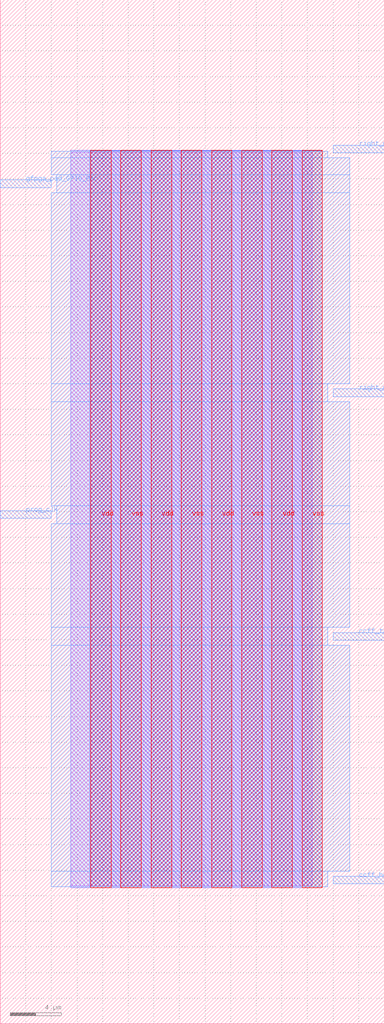
<source format=lef>
VERSION 5.7 ;
  NOWIREEXTENSIONATPIN ON ;
  DIVIDERCHAR "/" ;
  BUSBITCHARS "[]" ;
MACRO grid_io_left
  CLASS BLOCK ;
  FOREIGN grid_io_left ;
  ORIGIN 0.000 0.000 ;
  SIZE 30.000 BY 80.000 ;
  PIN ccff_head
    DIRECTION INPUT ;
    USE SIGNAL ;
    ANTENNAGATEAREA 0.196500 ;
    PORT
      LAYER met3 ;
        RECT 26.000 10.920 30.000 11.520 ;
    END
  END ccff_head
  PIN ccff_tail
    DIRECTION OUTPUT TRISTATE ;
    USE SIGNAL ;
    ANTENNADIFFAREA 0.445500 ;
    PORT
      LAYER met3 ;
        RECT 26.000 29.960 30.000 30.560 ;
    END
  END ccff_tail
  PIN gfpga_pad_GPIO_PAD
    DIRECTION INPUT ;
    USE SIGNAL ;
    ANTENNAGATEAREA 0.196500 ;
    PORT
      LAYER met3 ;
        RECT 0.000 65.320 4.000 65.920 ;
    END
  END gfpga_pad_GPIO_PAD
  PIN prog_clk
    DIRECTION INPUT ;
    USE SIGNAL ;
    ANTENNAGATEAREA 0.159000 ;
    PORT
      LAYER met3 ;
        RECT 0.000 39.480 4.000 40.080 ;
    END
  END prog_clk
  PIN right_width_0_height_0_subtile_0__pin_inpad_0_
    DIRECTION OUTPUT TRISTATE ;
    USE SIGNAL ;
    ANTENNADIFFAREA 0.445500 ;
    PORT
      LAYER met3 ;
        RECT 26.000 49.000 30.000 49.600 ;
    END
  END right_width_0_height_0_subtile_0__pin_inpad_0_
  PIN right_width_0_height_0_subtile_0__pin_outpad_0_
    DIRECTION INPUT ;
    USE SIGNAL ;
    PORT
      LAYER met3 ;
        RECT 26.000 68.040 30.000 68.640 ;
    END
  END right_width_0_height_0_subtile_0__pin_outpad_0_
  PIN vdd
    DIRECTION INOUT ;
    USE POWER ;
    PORT
      LAYER met4 ;
        RECT 7.075 10.640 8.675 68.240 ;
    END
    PORT
      LAYER met4 ;
        RECT 11.790 10.640 13.390 68.240 ;
    END
    PORT
      LAYER met4 ;
        RECT 16.505 10.640 18.105 68.240 ;
    END
    PORT
      LAYER met4 ;
        RECT 21.220 10.640 22.820 68.240 ;
    END
  END vdd
  PIN vss
    DIRECTION INOUT ;
    USE GROUND ;
    PORT
      LAYER met4 ;
        RECT 9.430 10.640 11.030 68.240 ;
    END
    PORT
      LAYER met4 ;
        RECT 14.145 10.640 15.745 68.240 ;
    END
    PORT
      LAYER met4 ;
        RECT 18.860 10.640 20.460 68.240 ;
    END
    PORT
      LAYER met4 ;
        RECT 23.575 10.640 25.175 68.240 ;
    END
  END vss
  OBS
      LAYER li1 ;
        RECT 5.520 10.795 24.380 68.085 ;
      LAYER met1 ;
        RECT 5.520 10.640 25.175 68.240 ;
      LAYER met2 ;
        RECT 6.990 10.695 25.145 68.185 ;
      LAYER met3 ;
        RECT 4.000 67.640 25.600 68.165 ;
        RECT 4.000 66.320 27.290 67.640 ;
        RECT 4.400 64.920 27.290 66.320 ;
        RECT 4.000 50.000 27.290 64.920 ;
        RECT 4.000 48.600 25.600 50.000 ;
        RECT 4.000 40.480 27.290 48.600 ;
        RECT 4.400 39.080 27.290 40.480 ;
        RECT 4.000 30.960 27.290 39.080 ;
        RECT 4.000 29.560 25.600 30.960 ;
        RECT 4.000 11.920 27.290 29.560 ;
        RECT 4.000 10.715 25.600 11.920 ;
  END
END grid_io_left
END LIBRARY


</source>
